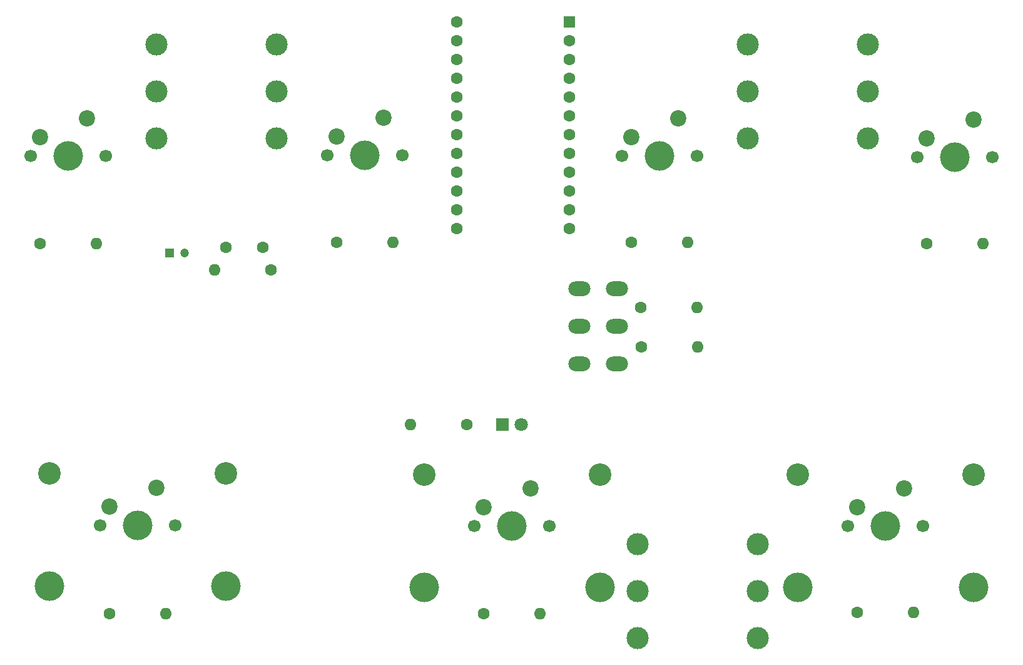
<source format=gbr>
%TF.GenerationSoftware,KiCad,Pcbnew,(5.1.8)-1*%
%TF.CreationDate,2021-10-05T14:24:12+02:00*%
%TF.ProjectId,WPP Control box,57505020-436f-46e7-9472-6f6c20626f78,rev?*%
%TF.SameCoordinates,Original*%
%TF.FileFunction,Soldermask,Top*%
%TF.FilePolarity,Negative*%
%FSLAX46Y46*%
G04 Gerber Fmt 4.6, Leading zero omitted, Abs format (unit mm)*
G04 Created by KiCad (PCBNEW (5.1.8)-1) date 2021-10-05 14:24:12*
%MOMM*%
%LPD*%
G01*
G04 APERTURE LIST*
%ADD10C,1.700000*%
%ADD11C,4.000000*%
%ADD12C,2.200000*%
%ADD13C,1.600000*%
%ADD14R,1.600000X1.600000*%
%ADD15O,3.000000X2.000000*%
%ADD16C,3.050000*%
%ADD17O,1.600000X1.600000*%
%ADD18C,3.000000*%
%ADD19C,1.800000*%
%ADD20R,1.800000X1.800000*%
%ADD21C,1.200000*%
%ADD22R,1.200000X1.200000*%
G04 APERTURE END LIST*
D10*
%TO.C,UT4*%
X186055000Y-50292000D03*
X175895000Y-50292000D03*
D11*
X180975000Y-50292000D03*
D12*
X177165000Y-47752000D03*
X183515000Y-45212000D03*
%TD*%
D10*
%TO.C,UT3*%
X146050000Y-50165000D03*
X135890000Y-50165000D03*
D11*
X140970000Y-50165000D03*
D12*
X137160000Y-47625000D03*
X143510000Y-45085000D03*
%TD*%
D10*
%TO.C,UT2*%
X106172000Y-50038000D03*
X96012000Y-50038000D03*
D11*
X101092000Y-50038000D03*
D12*
X97282000Y-47498000D03*
X103632000Y-44958000D03*
%TD*%
D10*
%TO.C,UT1*%
X66040000Y-50165000D03*
X55880000Y-50165000D03*
D11*
X60960000Y-50165000D03*
D12*
X57150000Y-47625000D03*
X63500000Y-45085000D03*
%TD*%
D13*
%TO.C,U1*%
X113538000Y-32004000D03*
X113538000Y-34544000D03*
X113538000Y-37084000D03*
X113538000Y-39624000D03*
X113538000Y-42164000D03*
X113538000Y-44704000D03*
X113538000Y-47244000D03*
X113538000Y-49784000D03*
X113538000Y-52324000D03*
X113538000Y-54864000D03*
X113538000Y-57404000D03*
X113538000Y-59944000D03*
X128778000Y-59944000D03*
X128778000Y-57404000D03*
X128778000Y-54864000D03*
X128778000Y-52324000D03*
X128778000Y-49784000D03*
X128778000Y-47244000D03*
X128778000Y-44704000D03*
X128778000Y-42164000D03*
X128778000Y-39624000D03*
X128778000Y-37084000D03*
X128778000Y-34544000D03*
D14*
X128778000Y-32004000D03*
%TD*%
D15*
%TO.C,RV1*%
X135255000Y-68072000D03*
X135255000Y-73152000D03*
X135255000Y-78232000D03*
X130175000Y-68072000D03*
X130175000Y-73152000D03*
X130175000Y-78232000D03*
%TD*%
D16*
%TO.C,REC1*%
X132931000Y-93203000D03*
X109131000Y-93203000D03*
D11*
X109131000Y-108443000D03*
X132931000Y-108443000D03*
D10*
X126111000Y-100203000D03*
X115951000Y-100203000D03*
D11*
X121031000Y-100203000D03*
D12*
X117221000Y-97663000D03*
X123571000Y-95123000D03*
%TD*%
D17*
%TO.C,R11*%
X184785000Y-61976000D03*
D13*
X177165000Y-61976000D03*
%TD*%
D17*
%TO.C,R10*%
X175387000Y-111887000D03*
D13*
X167767000Y-111887000D03*
%TD*%
D17*
%TO.C,R9*%
X146050000Y-70612000D03*
D13*
X138430000Y-70612000D03*
%TD*%
D17*
%TO.C,R8*%
X146177000Y-75946000D03*
D13*
X138557000Y-75946000D03*
%TD*%
D17*
%TO.C,R7*%
X144780000Y-61849000D03*
D13*
X137160000Y-61849000D03*
%TD*%
D17*
%TO.C,R6*%
X124841000Y-112014000D03*
D13*
X117221000Y-112014000D03*
%TD*%
D17*
%TO.C,R5*%
X107315000Y-86487000D03*
D13*
X114935000Y-86487000D03*
%TD*%
D17*
%TO.C,R4*%
X104902000Y-61849000D03*
D13*
X97282000Y-61849000D03*
%TD*%
D17*
%TO.C,R3*%
X74168000Y-112014000D03*
D13*
X66548000Y-112014000D03*
%TD*%
D17*
%TO.C,R2*%
X64770000Y-61976000D03*
D13*
X57150000Y-61976000D03*
%TD*%
D17*
%TO.C,R1*%
X80772000Y-65532000D03*
D13*
X88392000Y-65532000D03*
%TD*%
D16*
%TO.C,Play/Pause1*%
X82258000Y-93076000D03*
X58458000Y-93076000D03*
D11*
X58458000Y-108316000D03*
X82258000Y-108316000D03*
D10*
X75438000Y-100076000D03*
X65278000Y-100076000D03*
D11*
X70358000Y-100076000D03*
D12*
X66548000Y-97536000D03*
X72898000Y-94996000D03*
%TD*%
D16*
%TO.C,MARKER1*%
X183477000Y-93203000D03*
X159677000Y-93203000D03*
D11*
X159677000Y-108443000D03*
X183477000Y-108443000D03*
D10*
X176657000Y-100203000D03*
X166497000Y-100203000D03*
D11*
X171577000Y-100203000D03*
D12*
X167767000Y-97663000D03*
X174117000Y-95123000D03*
%TD*%
D18*
%TO.C,J3*%
X154279000Y-102616000D03*
X154279000Y-115316000D03*
X154279000Y-108966000D03*
X138049000Y-102616000D03*
X138049000Y-115316000D03*
X138049000Y-108966000D03*
%TD*%
%TO.C,J2*%
X152934000Y-47752000D03*
X152934000Y-35052000D03*
X152934000Y-41402000D03*
X169164000Y-47752000D03*
X169164000Y-35052000D03*
X169164000Y-41402000D03*
%TD*%
%TO.C,J1*%
X72924000Y-47752000D03*
X72924000Y-35052000D03*
X72924000Y-41402000D03*
X89154000Y-47752000D03*
X89154000Y-35052000D03*
X89154000Y-41402000D03*
%TD*%
D19*
%TO.C,D1*%
X122301000Y-86487000D03*
D20*
X119761000Y-86487000D03*
%TD*%
D21*
%TO.C,C2*%
X76676000Y-63246000D03*
D22*
X74676000Y-63246000D03*
%TD*%
D13*
%TO.C,C1*%
X87296000Y-62484000D03*
X82296000Y-62484000D03*
%TD*%
M02*

</source>
